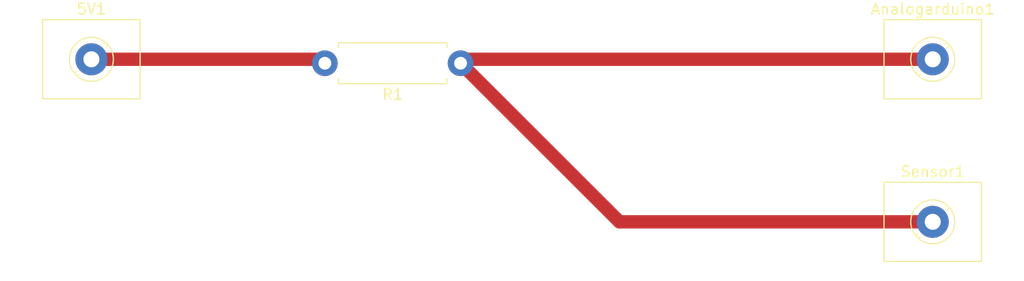
<source format=kicad_pcb>
(kicad_pcb (version 20211014) (generator pcbnew)
  (layers (0 "F.Cu" signal) (31 "B.Cu" signal) (34 "B.Paste" user) (35 "F.Paste" user) (36 "B.SilkS" user "B.Silkscreen") (37 "F.SilkS" user "F.Silkscreen") (38 "B.Mask" user) (39 "F.Mask" user) (44 "Edge.Cuts" user))
  (net 0 "")
  (net 1 "Net-(5V1-Pad1)")
  (net 2 "Net-(Sensor1-Pad1)")
  (footprint "TerminalBlock_MetzConnect:TerminalBlock_MetzConnect_360271_1x01_Horizontal_ScrewM3.0_Boxed" (layer "F.Cu") (at 93.98 76.2)
    (fp_text reference "5V1" (at 0 -4.71) (layer "F.SilkS"))
    (fp_text value "Screw_Terminal_01x01")
    (fp_line (start 1.563 -1.311) (end 1.376 -1.125) (layer "F.SilkS") (width 0.12))
    (fp_line (start -4.56 3.71) (end 4.56 3.71) (layer "F.SilkS") (width 0.12))
    (fp_line (start 1.312 -1.563) (end 1.168 -1.419) (layer "F.SilkS") (width 0.12))
    (fp_line (start 4.56 -3.71) (end 4.56 3.71) (layer "F.SilkS") (width 0.12))
    (fp_line (start -4.56 -3.71) (end -4.56 3.71) (layer "F.SilkS") (width 0.12))
    (fp_line (start -1.168 1.419) (end -1.312 1.563) (layer "F.SilkS") (width 0.12))
    (fp_line (start -4.56 -3.71) (end 4.56 -3.71) (layer "F.SilkS") (width 0.12))
    (fp_line (start -1.376 1.124) (end -1.563 1.311) (layer "F.SilkS") (width 0.12))
    (fp_circle (center 0 0) (end 2.06 0) (layer "F.SilkS") (width 0.12) (fill none))
    (pad "1" thru_hole circle (at 0 0) (size 3 3) (drill 1.5) (layers *.Cu *.Mask) (net 1 "Net-(5V1-Pad1)"))
  )
  (footprint "TerminalBlock_MetzConnect:TerminalBlock_MetzConnect_360271_1x01_Horizontal_ScrewM3.0_Boxed" (layer "F.Cu") (at 172.72 91.44)
    (fp_text reference "Sensor1" (at 0 -4.71) (layer "F.SilkS"))
    (fp_text value "Screw_Terminal_01x01")
    (fp_line (start -4.56 -3.71) (end -4.56 3.71) (layer "F.SilkS") (width 0.12))
    (fp_line (start -1.376 1.124) (end -1.563 1.311) (layer "F.SilkS") (width 0.12))
    (fp_line (start -4.56 3.71) (end 4.56 3.71) (layer "F.SilkS") (width 0.12))
    (fp_line (start 4.56 -3.71) (end 4.56 3.71) (layer "F.SilkS") (width 0.12))
    (fp_line (start 1.312 -1.563) (end 1.168 -1.419) (layer "F.SilkS") (width 0.12))
    (fp_line (start 1.563 -1.311) (end 1.376 -1.125) (layer "F.SilkS") (width 0.12))
    (fp_line (start -1.168 1.419) (end -1.312 1.563) (layer "F.SilkS") (width 0.12))
    (fp_line (start -4.56 -3.71) (end 4.56 -3.71) (layer "F.SilkS") (width 0.12))
    (fp_circle (center 0 0) (end 2.06 0) (layer "F.SilkS") (width 0.12) (fill none))
    (pad "1" thru_hole circle (at 0 0) (size 3 3) (drill 1.5) (layers *.Cu *.Mask) (net 2 "Net-(Sensor1-Pad1)"))
  )
  (footprint "TerminalBlock_MetzConnect:TerminalBlock_MetzConnect_360271_1x01_Horizontal_ScrewM3.0_Boxed" (layer "F.Cu") (at 172.72 76.2)
    (fp_text reference "Analogarduino1" (at 0 -4.71) (layer "F.SilkS"))
    (fp_text value "Screw_Terminal_01x01")
    (fp_line (start 1.563 -1.311) (end 1.376 -1.125) (layer "F.SilkS") (width 0.12))
    (fp_line (start -1.376 1.124) (end -1.563 1.311) (layer "F.SilkS") (width 0.12))
    (fp_line (start -4.56 3.71) (end 4.56 3.71) (layer "F.SilkS") (width 0.12))
    (fp_line (start 1.312 -1.563) (end 1.168 -1.419) (layer "F.SilkS") (width 0.12))
    (fp_line (start -4.56 -3.71) (end -4.56 3.71) (layer "F.SilkS") (width 0.12))
    (fp_line (start -1.168 1.419) (end -1.312 1.563) (layer "F.SilkS") (width 0.12))
    (fp_line (start -4.56 -3.71) (end 4.56 -3.71) (layer "F.SilkS") (width 0.12))
    (fp_line (start 4.56 -3.71) (end 4.56 3.71) (layer "F.SilkS") (width 0.12))
    (fp_circle (center 0 0) (end 2.06 0) (layer "F.SilkS") (width 0.12) (fill none))
    (pad "1" thru_hole circle (at 0 0) (size 3 3) (drill 1.5) (layers *.Cu *.Mask) (net 2 "Net-(Sensor1-Pad1)"))
  )
  (footprint "Resistor_THT:R_Axial_DIN0411_L9.9mm_D3.6mm_P12.70mm_Horizontal" (layer "F.Cu") (at 128.53 76.57 180)
    (fp_text reference "R1" (at 6.35 -2.92) (layer "F.SilkS"))
    (fp_text value "R")
    (fp_line (start 1.28 -1.44) (end 1.28 -1.92) (layer "F.SilkS") (width 0.12))
    (fp_line (start 1.28 1.44) (end 1.28 1.92) (layer "F.SilkS") (width 0.12))
    (fp_line (start 1.28 1.92) (end 11.42 1.92) (layer "F.SilkS") (width 0.12))
    (fp_line (start 11.42 1.92) (end 11.42 1.44) (layer "F.SilkS") (width 0.12))
    (fp_line (start 1.28 -1.92) (end 11.42 -1.92) (layer "F.SilkS") (width 0.12))
    (fp_line (start 11.42 -1.92) (end 11.42 -1.44) (layer "F.SilkS") (width 0.12))
    (pad "1" thru_hole circle (at 0 0 180) (size 2.4 2.4) (drill 1.2) (layers *.Cu *.Mask) (net 2 "Net-(Sensor1-Pad1)"))
    (pad "2" thru_hole oval (at 12.7 0 180) (size 2.4 2.4) (drill 1.2) (layers *.Cu *.Mask) (net 1 "Net-(5V1-Pad1)"))
  )
  (segment (start 115.46 76.2) (end 115.83 76.57) (width 0.25) (layer "F.Cu") (net 1))
  (segment (start 93.98 76.2) (end 115.46 76.2) (width 1.25) (layer "F.Cu") (net 1))
  (segment (start 172.72 91.44) (end 143.4 91.44) (width 1.25) (layer "F.Cu") (net 2))
  (segment (start 128.9 76.2) (end 128.53 76.57) (width 0.25) (layer "F.Cu") (net 2))
  (segment (start 143.4 91.44) (end 128.53 76.57) (width 1.25) (layer "F.Cu") (net 2))
  (segment (start 172.72 76.2) (end 128.9 76.2) (width 1.25) (layer "F.Cu") (net 2))
)
</source>
